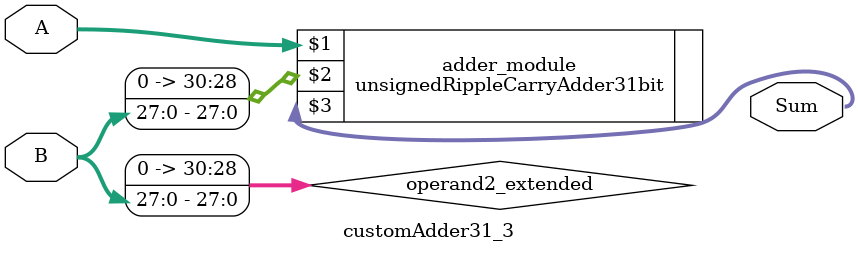
<source format=v>

module customAdder31_3(
                    input [30 : 0] A,
                    input [27 : 0] B,
                    
                    output [31 : 0] Sum
            );

    wire [30 : 0] operand2_extended;
    
    assign operand2_extended =  {3'b0, B};
    
    unsignedRippleCarryAdder31bit adder_module(
        A,
        operand2_extended,
        Sum
    );
    
endmodule
        
</source>
